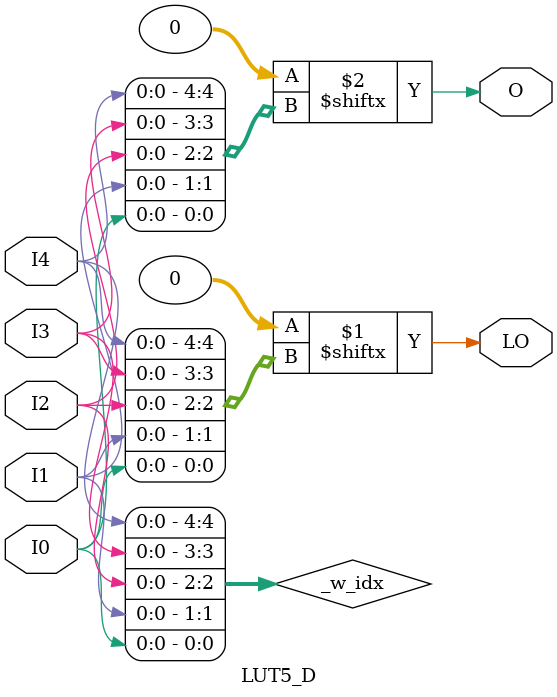
<source format=v>

`ifdef verilator3
`else
`timescale 1 ps / 1 ps
`endif

/* verilator coverage_off */
module LUT5_D
#(
    parameter [31:0] INIT = 32'h00000000
)
(
    input  wire I0, I1, I2, I3, I4,
    output wire LO,
    output wire O
);
    
    wire [4:0] _w_idx = { I4, I3, I2, I1, I0 };
    
    assign LO = INIT[_w_idx];
    assign O  = INIT[_w_idx];

endmodule
/* verilator coverage_on */

</source>
